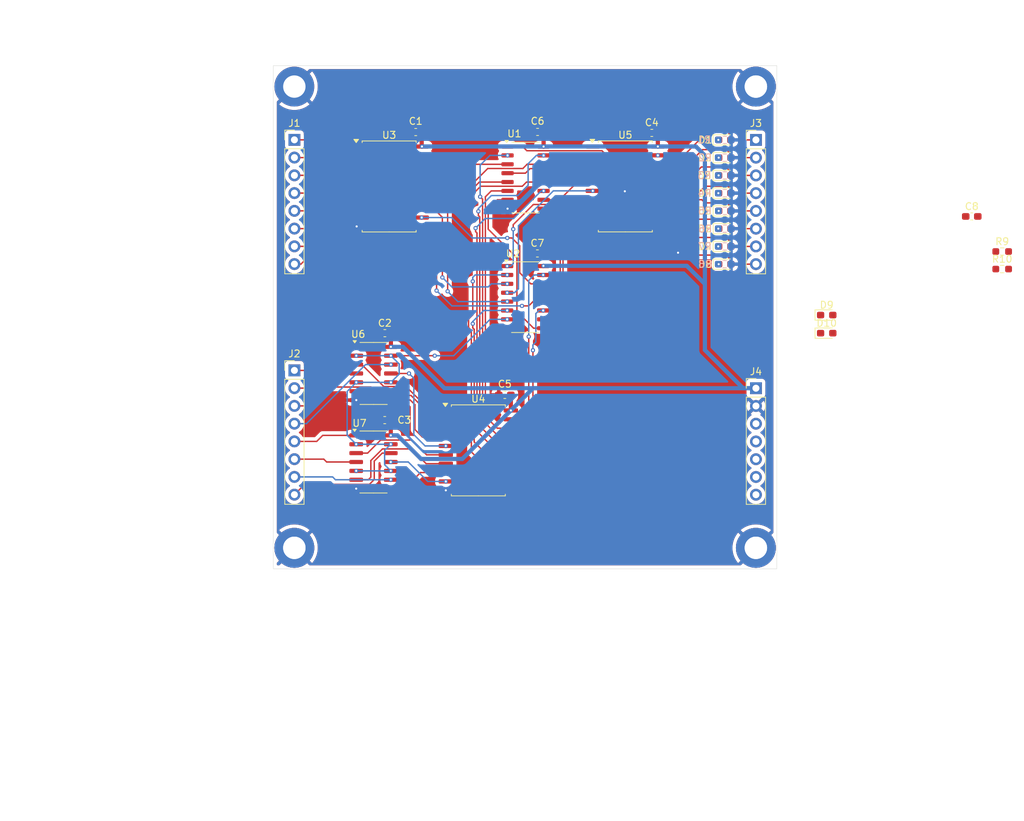
<source format=kicad_pcb>
(kicad_pcb (version 20241229) (generator "pcbnew") (generator_version "9.0")
  (layers (0 "F.Cu" signal) (2 "B.Cu" signal) (13 "F.Paste" user) (15 "B.Paste" user) (5 "F.SilkS" user "F.Silkscreen") (7 "B.SilkS" user "B.Silkscreen") (1 "F.Mask" user) (3 "B.Mask" user) (25 "Edge.Cuts" user))
  (net 0 "")
  (net 1 "GND")
  (net 2 "+5V")
  (net 3 "Net-(D1-K)")
  (net 4 "Net-(D1-A)")
  (net 5 "Net-(D2-K)")
  (net 6 "Net-(D2-A)")
  (net 7 "Net-(D3-K)")
  (net 8 "Net-(D3-A)")
  (net 9 "Net-(D4-A)")
  (net 10 "Net-(D4-K)")
  (net 11 "Net-(D5-K)")
  (net 12 "Net-(D5-A)")
  (net 13 "Net-(D6-K)")
  (net 14 "Net-(D6-A)")
  (net 15 "Net-(D7-K)")
  (net 16 "Net-(D7-A)")
  (net 17 "Net-(D8-K)")
  (net 18 "Net-(D8-A)")
  (net 19 "Net-(D9-A)")
  (net 20 "Net-(D9-K)")
  (net 21 "Net-(D10-K)")
  (net 22 "Net-(J1-Pin_8)")
  (net 23 "Net-(J1-Pin_2)")
  (net 24 "Net-(J1-Pin_4)")
  (net 25 "Net-(J1-Pin_1)")
  (net 26 "Net-(J1-Pin_3)")
  (net 27 "Net-(J1-Pin_7)")
  (net 28 "Net-(J1-Pin_5)")
  (net 29 "Net-(J1-Pin_6)")
  (net 30 "Net-(J2-Pin_4)")
  (net 31 "Net-(J2-Pin_3)")
  (net 32 "Net-(J2-Pin_1)")
  (net 33 "Net-(J2-Pin_2)")
  (net 34 "Net-(J2-Pin_6)")
  (net 35 "Net-(J2-Pin_8)")
  (net 36 "Net-(J2-Pin_5)")
  (net 37 "Net-(J2-Pin_7)")
  (net 38 "/ENout")
  (net 39 "/over")
  (net 40 "/ENin")
  (net 41 "/EN1")
  (net 42 "/S0")
  (net 43 "/S3")
  (net 44 "/A2")
  (net 45 "/S1")
  (net 46 "/A3")
  (net 47 "/A0")
  (net 48 "Net-(U1-C0)")
  (net 49 "/B0")
  (net 50 "/S2")
  (net 51 "/B2")
  (net 52 "/B3")
  (net 53 "/B1")
  (net 54 "/A1")
  (net 55 "/S6")
  (net 56 "/B5")
  (net 57 "/B7")
  (net 58 "/B4")
  (net 59 "/A6")
  (net 60 "/B6")
  (net 61 "/S7")
  (net 62 "/S5")
  (net 63 "/A5")
  (net 64 "/A7")
  (net 65 "/S4")
  (net 66 "/A4")
  (net 67 "Net-(U4-A3)")
  (net 68 "Net-(U4-A5)")
  (net 69 "Net-(U4-A0)")
  (net 70 "Net-(U4-A4)")
  (net 71 "Net-(U4-A2)")
  (net 72 "Net-(U4-A6)")
  (net 73 "Net-(U4-A7)")
  (net 74 "Net-(U4-A1)")
  (footprint "Connector_PinHeader_2.54mm:PinHeader_1x08_P2.54mm_Vertical" (layer "F.Cu") (at 103.01 60.62)
    (property "Reference" "J1")
    (property "Value" "Conn_01x08_Pin")
  )
  (footprint "LED_SMD:LED_0603_1608Metric_Pad1.05x0.95mm_HandSolder" (layer "F.Cu") (at 179.125 88.28)
    (property "Reference" "D10")
    (property "Value" "LED_Small")
  )
  (footprint "" (layer "F.Cu") (at 169 53)
    (property "Reference" "")
    (property "Value" "")
  )
  (footprint "Capacitor_SMD:C_0603_1608Metric_Pad1.08x0.95mm_HandSolder" (layer "F.Cu") (at 154.1175 59.63 180)
    (property "Reference" "C4")
    (property "Value" "C_Small")
  )
  (footprint "Package_SO:SOIC-14_3.9x8.7mm_P1.27mm" (layer "F.Cu") (at 114.32 106.7175)
    (property "Reference" "U7")
    (property "Value" "74HC86")
  )
  (footprint "" (layer "F.Cu") (at 103 119)
    (property "Reference" "")
    (property "Value" "")
  )
  (footprint "Package_SO:SOIC-20W_7.5x12.8mm_P1.27mm" (layer "F.Cu") (at 116.56 67.295)
    (property "Reference" "U3")
    (property "Value" "74AHCT541")
  )
  (footprint "Capacitor_SMD:C_0603_1608Metric_Pad1.08x0.95mm_HandSolder" (layer "F.Cu") (at 115.9275 100.72 180)
    (property "Reference" "C3")
    (property "Value" "C_Small")
  )
  (footprint "Connector_PinHeader_2.54mm:PinHeader_1x08_P2.54mm_Vertical" (layer "F.Cu") (at 103.01 93.61)
    (property "Reference" "J2")
    (property "Value" "Conn_01x08_Pin")
  )
  (footprint "LED_SMD:LED_0603_1608Metric_Pad1.05x0.95mm_HandSolder" (layer "F.Cu") (at 164.545 65.71)
    (property "Reference" "D3")
    (property "Value" "LED_Small")
  )
  (footprint "Package_SO:SO-16_3.9x9.9mm_P1.27mm" (layer "F.Cu") (at 136.065 66.025)
    (property "Reference" "U1")
    (property "Value" "~")
  )
  (footprint "Capacitor_SMD:C_0603_1608Metric_Pad1.08x0.95mm_HandSolder" (layer "F.Cu") (at 133.0975 97.12 180)
    (property "Reference" "C5")
    (property "Value" "C_Small")
  )
  (footprint "LED_SMD:LED_0603_1608Metric_Pad1.05x0.95mm_HandSolder" (layer "F.Cu") (at 164.555 63.17)
    (property "Reference" "D2")
    (property "Value" "LED_Small")
  )
  (footprint "Package_SO:SOIC-20W_7.5x12.8mm_P1.27mm" (layer "F.Cu") (at 129.31 105.055)
    (property "Reference" "U4")
    (property "Value" "74AHCT541")
  )
  (footprint "Resistor_SMD:R_0603_1608Metric_Pad0.98x0.95mm_HandSolder" (layer "F.Cu") (at 204.22 79.11)
    (property "Reference" "R10")
    (property "Value" "R_Small")
  )
  (footprint "LED_SMD:LED_0603_1608Metric_Pad1.05x0.95mm_HandSolder" (layer "F.Cu") (at 179.125 85.69)
    (property "Reference" "D9")
    (property "Value" "LED_Small")
  )
  (footprint "Capacitor_SMD:C_0603_1608Metric_Pad1.08x0.95mm_HandSolder" (layer "F.Cu") (at 199.87 71.58)
    (property "Reference" "C8")
    (property "Value" "C_Small")
  )
  (footprint "Capacitor_SMD:C_0603_1608Metric_Pad1.08x0.95mm_HandSolder" (layer "F.Cu") (at 115.9475 88.28 180)
    (property "Reference" "C2")
    (property "Value" "C_Small")
  )
  (footprint "LED_SMD:LED_0603_1608Metric_Pad1.05x0.95mm_HandSolder" (layer "F.Cu") (at 164.555 70.79)
    (property "Reference" "D5")
    (property "Value" "LED_Small")
  )
  (footprint "Connector_PinHeader_2.54mm:PinHeader_1x08_P2.54mm_Vertical" (layer "F.Cu") (at 169.01 60.63)
    (property "Reference" "J3")
    (property "Value" "Conn_01x08_Pin")
  )
  (footprint "MountingHole:MountingHole_3.2mm_M3_ISO7380_Pad" (layer "F.Cu") (at 169 119)
    (property "Reference" "REF**" (hide yes))
    (property "Value" "MountingHole_3.2mm_M3_ISO7380_Pad")
  )
  (footprint "Capacitor_SMD:C_0603_1608Metric_Pad1.08x0.95mm_HandSolder" (layer "F.Cu") (at 137.7825 59.49 180)
    (property "Reference" "C6")
    (property "Value" "C_Small")
  )
  (footprint "Package_SO:SO-16_3.9x9.9mm_P1.27mm" (layer "F.Cu") (at 136.01 83.13)
    (property "Reference" "U2")
    (property "Value" "~")
  )
  (footprint "Package_SO:SOIC-20W_7.5x12.8mm_P1.27mm" (layer "F.Cu") (at 150.33 67.285)
    (property "Reference" "U5")
    (property "Value" "74AHCT541")
  )
  (footprint "MountingHole:MountingHole_3.2mm_M3_ISO7380_Pad" (layer "F.Cu") (at 169 53)
    (property "Reference" "REF**" (hide yes))
    (property "Value" "MountingHole_3.2mm_M3_ISO7380_Pad")
  )
  (footprint "Resistor_SMD:R_0603_1608Metric_Pad0.98x0.95mm_HandSolder" (layer "F.Cu") (at 204.22 76.6)
    (property "Reference" "R9")
    (property "Value" "R_Small")
  )
  (footprint "Connector_PinHeader_2.54mm:PinHeader_1x07_P2.54mm_Vertical" (layer "F.Cu") (at 169.01 96.16)
    (property "Reference" "J4")
    (property "Value" "Conn_01x07_Pin")
  )
  (footprint "Capacitor_SMD:C_0603_1608Metric_Pad1.08x0.95mm_HandSolder" (layer "F.Cu") (at 137.7575 76.88 180)
    (property "Reference" "C7")
    (property "Value" "C_Small")
  )
  (footprint "MountingHole:MountingHole_3.2mm_M3_ISO7380_Pad" (layer "F.Cu") (at 103 53)
    (property "Reference" "REF**" (hide yes))
    (property "Value" "MountingHole_3.2mm_M3_ISO7380_Pad")
  )
  (footprint "LED_SMD:LED_0603_1608Metric_Pad1.05x0.95mm_HandSolder" (layer "F.Cu") (at 164.555 78.41)
    (property "Reference" "D8")
    (property "Value" "LED_Small")
  )
  (footprint "LED_SMD:LED_0603_1608Metric_Pad1.05x0.95mm_HandSolder" (layer "F.Cu") (at 164.545 60.63)
    (property "Reference" "D1")
    (property "Value" "LED_Small")
  )
  (footprint "MountingHole:MountingHole_3.2mm_M3_ISO7380_Pad" (layer "F.Cu") (at 103 119)
    (property "Reference" "REF**" (hide yes))
    (property "Value" "MountingHole_3.2mm_M3_ISO7380_Pad")
  )
  (footprint "Capacitor_SMD:C_0603_1608Metric_Pad1.08x0.95mm_HandSolder" (layer "F.Cu") (at 120.3575 59.51 180)
    (property "Reference" "C1")
    (property "Value" "C_Small")
  )
  (footprint "LED_SMD:LED_0603_1608Metric_Pad1.05x0.95mm_HandSolder" (layer "F.Cu") (at 164.545 68.25)
    (property "Reference" "D4")
    (property "Value" "LED_Small")
  )
  (footprint "Package_SO:SOIC-14_3.9x8.7mm_P1.27mm" (layer "F.Cu") (at 114.335 94.05)
    (property "Reference" "U6")
    (property "Value" "74HC86")
  )
  (footprint "LED_SMD:LED_0603_1608Metric_Pad1.05x0.95mm_HandSolder" (layer "F.Cu") (at 164.555 75.87)
    (property "Reference" "D7")
    (property "Value" "LED_Small")
  )
  (footprint "LED_SMD:LED_0603_1608Metric_Pad1.05x0.95mm_HandSolder" (layer "F.Cu") (at 164.5625 73.33)
    (property "Reference" "D6")
    (property "Value" "LED_Small")
  )
  (footprint "" (layer "F.Cu") (at 169 119)
    (property "Reference" "")
    (property "Value" "")
  )
  (footprint "Resistor_SMD:R_0603_1608Metric_Pad0.98x0.95mm_HandSolder" (layer "B.Cu") (at 164.545 60.63)
    (property "Reference" "R1")
    (property "Value" "R_Small")
  )
  (footprint "Resistor_SMD:R_0603_1608Metric_Pad0.98x0.95mm_HandSolder" (layer "B.Cu") (at 164.545 68.25)
    (property "Reference" "R4")
    (property "Value" "R_Small")
  )
  (footprint "Resistor_SMD:R_0603_1608Metric_Pad0.98x0.95mm_HandSolder" (layer "B.Cu") (at 164.555 70.79)
    (property "Reference" "R5")
    (property "Value" "R_Small")
  )
  (footprint "Resistor_SMD:R_0603_1608Metric_Pad0.98x0.95mm_HandSolder" (layer "B.Cu") (at 164.5325 63.17)
    (property "Reference" "R2")
    (property "Value" "R_Small")
  )
  (footprint "Resistor_SMD:R_0603_1608Metric_Pad0.98x0.95mm_HandSolder" (layer "B.Cu") (at 164.545 65.71)
    (property "Reference" "R3")
    (property "Value" "R_Small")
  )
  (footprint "Resistor_SMD:R_0603_1608Metric_Pad0.98x0.95mm_HandSolder" (layer "B.Cu") (at 164.5325 75.87)
    (property "Reference" "R7")
    (property "Value" "R_Small")
  )
  (footprint "Resistor_SMD:R_0603_1608Metric_Pad0.98x0.95mm_HandSolder" (layer "B.Cu") (at 164.5325 78.41)
    (property "Reference" "R8")
    (property "Value" "R_Small")
  )
  (footprint "Resistor_SMD:R_0603_1608Metric_Pad0.98x0.95mm_HandSolder" (layer "B.Cu") (at 164.54 73.33)
    (property "Reference" "R6")
    (property "Value" "R_Small")
  )
  (gr_rect (start 100 50) (end 172 122) (stroke (width 0.05)) (fill no) (layer "Edge.Cuts"))
  (via (at 111.91 73.01) (size 0.6) (drill 0.3) (layers "F.Cu" "B.Cu") (net 1))
  (via (at 111.845 110.5275) (size 0.6) (drill 0.3) (layers "F.Cu" "B.Cu") (net 1))
  (via (at 133.49 70.47) (size 0.6) (drill 0.3) (layers "F.Cu" "B.Cu") (net 1))
  (via (at 111.86 97.86) (size 0.6) (drill 0.3) (layers "F.Cu" "B.Cu") (net 1))
  (via (at 157.87 76.77) (size 0.6) (drill 0.3) (layers "F.Cu" "B.Cu") (net 1))
  (via (at 124.66 110.77) (size 0.6) (drill 0.3) (layers "F.Cu" "B.Cu") (net 1))
  (via (at 150.26 67.98) (size 0.6) (drill 0.3) (layers "F.Cu" "B.Cu") (net 1))
  (segment (start 138.645 61.575) (end 138.64 61.58) (width 0.6) (layer "F.Cu") (net 2))
  (segment (start 138.645 61.55) (end 138.645 61.575) (width 0.6) (layer "F.Cu") (net 2))
  (segment (start 116.79 102.9025) (end 116.795 102.9075) (width 0.6) (layer "F.Cu") (net 2))
  (segment (start 154.98 61.57) (end 154.98 59.63) (width 0.6) (layer "F.Cu") (net 2))
  (segment (start 138.62 78.65) (end 138.585 78.685) (width 0.6) (layer "F.Cu") (net 2))
  (segment (start 133.96 99.34) (end 133.96 97.12) (width 0.6) (layer "F.Cu") (net 2))
  (segment (start 116.81 88.28) (end 116.81 90.24) (width 0.6) (layer "F.Cu") (net 2))
  (segment (start 121.21 61.58) (end 121.21 59.52) (width 0.6) (layer "F.Cu") (net 2))
  (segment (start 138.645 59.49) (end 138.645 61.55) (width 0.6) (layer "F.Cu") (net 2))
  (segment (start 116.79 100.72) (end 116.79 102.9025) (width 0.6) (layer "F.Cu") (net 2))
  (segment (start 121.21 59.52) (end 121.22 59.51) (width 0.6) (layer "F.Cu") (net 2))
  (via (at 138.64 61.58) (size 0.6) (drill 0.3) (layers "F.Cu" "B.Cu") (net 2))
  (via (at 121.25 61.57) (size 0.6) (drill 0.3) (layers "F.Cu" "B.Cu") (net 2))
  (via (at 116.795 102.9075) (size 0.6) (drill 0.3) (layers "F.Cu" "B.Cu") (net 2))
  (via (at 138.62 78.65) (size 0.6) (drill 0.3) (layers "F.Cu" "B.Cu") (net 2))
  (via (at 154.98 61.57) (size 0.6) (drill 0.3) (layers "F.Cu" "B.Cu") (net 2))
  (via (at 133.96 99.34) (size 0.6) (drill 0.3) (layers "F.Cu" "B.Cu") (net 2))
  (via (at 116.81 90.24) (size 0.6) (drill 0.3) (layers "F.Cu" "B.Cu") (net 2))
  (segment (start 121.25 61.57) (end 154.98 61.57) (width 0.6) (layer "B.Cu") (net 2))
  (segment (start 137.14 96.16) (end 137.78 96.16) (width 0.6) (layer "B.Cu") (net 2))
  (segment (start 169.01 96.16) (end 137.78 96.16) (width 0.6) (layer "B.Cu") (net 2))
  (segment (start 167.17 96.16) (end 169.01 96.16) (width 0.6) (layer "B.Cu") (net 2))
  (segment (start 127.02 106.28) (end 133.96 99.34) (width 0.6) (layer "B.Cu") (net 2))
  (segment (start 137.78 96.16) (end 124.46 96.16) (width 0.6) (layer "B.Cu") (net 2))
  (segment (start 138.62 78.65) (end 159.12 78.65) (width 0.6) (layer "B.Cu") (net 2))
  (segment (start 124.46 96.16) (end 118.54 90.24) (width 0.6) (layer "B.Cu") (net 2))
  (segment (start 161.71 62.86) (end 161.71 81.24) (width 0.6) (layer "B.Cu") (net 2))
  (segment (start 160.42 61.57) (end 161.71 62.86) (width 0.6) (layer "B.Cu") (net 2))
  (segment (start 133.96 99.34) (end 137.14 96.16) (width 0.6) (layer "B.Cu") (net 2))
  (segment (start 116.795 102.9075) (end 117.7475 102.9075) (width 0.6) (layer "B.Cu") (net 2))
  (segment (start 117.7475 102.9075) (end 121.12 106.28) (width 0.6) (layer "B.Cu") (net 2))
  (segment (start 159.12 78.65) (end 161.71 81.24) (width 0.6) (layer "B.Cu") (net 2))
  (segment (start 161.71 90.7) (end 167.17 96.16) (width 0.6) (layer "B.Cu") (net 2))
  (segment (start 121.12 106.28) (end 127.02 106.28) (width 0.6) (layer "B.Cu") (net 2))
  (segment (start 161.71 81.24) (end 161.71 90.7) (width 0.6) (layer "B.Cu") (net 2))
  (segment (start 118.54 90.24) (end 116.81 90.24) (width 0.6) (layer "B.Cu") (net 2))
  (segment (start 154.98 61.57) (end 160.42 61.57) (width 0.6) (layer "B.Cu") (net 2))
  (via (at 163.6325 60.63) (size 0.6) (drill 0.3) (layers "F.Cu" "B.Cu") (net 3))
  (segment (start 165.42 60.63) (end 169.01 60.63) (width 0.2) (layer "F.Cu") (net 4))
  (segment (start 157.44 64.11) (end 162.24 59.31) (width 0.2) (layer "F.Cu") (net 4))
  (segment (start 162.24 59.31) (end 164.76 59.31) (width 0.2) (layer "F.Cu") (net 4))
  (segment (start 164.76 59.31) (end 165.42 59.97) (width 0.2) (layer "F.Cu") (net 4))
  (segment (start 165.42 59.97) (end 165.42 60.63) (width 0.2) (layer "F.Cu") (net 4))
  (segment (start 154.98 64.11) (end 157.44 64.11) (width 0.2) (layer "F.Cu") (net 4))
  (via (at 163.68 63.17) (size 0.6) (drill 0.3) (layers "F.Cu" "B.Cu") (net 5))
  (segment (start 158.02 65.38) (end 161.38 62.02) (width 0.2) (layer "F.Cu") (net 6))
  (segment (start 154.98 65.38) (end 158.02 65.38) (width 0.2) (layer "F.Cu") (net 6))
  (segment (start 165.43 62.67) (end 165.43 63.17) (width 0.2) (layer "F.Cu") (net 6))
  (segment (start 161.38 62.02) (end 164.78 62.02) (width 0.2) (layer "F.Cu") (net 6))
  (segment (start 164.78 62.02) (end 165.43 62.67) (width 0.2) (layer "F.Cu") (net 6))
  (segment (start 169.01 63.17) (end 165.43 63.17) (width 0.2) (layer "F.Cu") (net 6))
  (via (at 163.67 65.71) (size 0.6) (drill 0.3) (layers "F.Cu" "B.Cu") (net 7))
  (segment (start 165.42 65.22) (end 165.42 65.71) (width 0.2) (layer "F.Cu") (net 8))
  (segment (start 154.98 66.65) (end 159.06 66.65) (width 0.2) (layer "F.Cu") (net 8))
  (segment (start 161.21 64.5) (end 164.7 64.5) (width 0.2) (layer "F.Cu") (net 8))
  (segment (start 164.7 64.5) (end 165.42 65.22) (width 0.2) (layer "F.Cu") (net 8))
  (segment (start 159.06 66.65) (end 161.21 64.5) (width 0.2) (layer "F.Cu") (net 8))
  (segment (start 165.42 65.71) (end 169.01 65.71) (width 0.2) (layer "F.Cu") (net 8))
  (segment (start 161.11 67.92) (end 161.77 67.26) (width 0.2) (layer "F.Cu") (net 9))
  (segment (start 165 67.26) (end 165.42 67.68) (width 0.2) (layer "F.Cu") (net 9))
  (segment (start 165.42 67.68) (end 165.42 68.25) (width 0.2) (layer "F.Cu") (net 9))
  (segment (start 161.77 67.26) (end 165 67.26) (width 0.2) (layer "F.Cu") (net 9))
  (segment (start 169.01 68.25) (end 165.42 68.25) (width 0.2) (layer "F.Cu") (net 9))
  (segment (start 154.98 67.92) (end 161.11 67.92) (width 0.2) (layer "F.Cu") (net 9))
  (via (at 163.6325 68.25) (size 0.6) (drill 0.3) (layers "F.Cu" "B.Cu") (net 10))
  (via (at 163.68 70.79) (size 0.6) (drill 0.3) (layers "F.Cu" "B.Cu") (net 11))
  (segment (start 154.98 69.19) (end 161.27 69.19) (width 0.2) (layer "F.Cu") (net 12))
  (segment (start 161.27 69.19) (end 161.72 69.64) (width 0.2) (layer "F.Cu") (net 12))
  (segment (start 164.86 69.64) (end 165.43 70.21) (width 0.2) (layer "F.Cu") (net 12))
  (segment (start 161.72 69.64) (end 164.86 69.64) (width 0.2) (layer "F.Cu") (net 12))
  (segment (start 165.43 70.79) (end 169.01 70.79) (width 0.2) (layer "F.Cu") (net 12))
  (segment (start 165.43 70.21) (end 165.43 70.79) (width 0.2) (layer "F.Cu") (net 12))
  (via (at 163.6275 73.33) (size 0.6) (drill 0.3) (layers "F.Cu" "B.Cu") (net 13))
  (segment (start 164.88 71.98) (end 165.4375 72.5375) (width 0.2) (layer "F.Cu") (net 14))
  (segment (start 165.4375 73.33) (end 169.01 73.33) (width 0.2) (layer "F.Cu") (net 14))
  (segment (start 159.34 71.98) (end 164.88 71.98) (width 0.2) (layer "F.Cu") (net 14))
  (segment (start 157.82 70.46) (end 159.34 71.98) (width 0.2) (layer "F.Cu") (net 14))
  (segment (start 154.98 70.46) (end 157.82 70.46) (width 0.2) (layer "F.Cu") (net 14))
  (segment (start 165.4375 72.5375) (end 165.4375 73.33) (width 0.2) (layer "F.Cu") (net 14))
  (via (at 163.62 75.87) (size 0.6) (drill 0.3) (layers "F.Cu" "B.Cu") (net 15))
  (segment (start 165.43 75.27) (end 165.43 75.87) (width 0.2) (layer "F.Cu") (net 16))
  (segment (start 154.98 71.73) (end 157.04 71.73) (width 0.2) (layer "F.Cu") (net 16))
  (segment (start 165.43 75.87) (end 169.01 75.87) (width 0.2) (layer "F.Cu") (net 16))
  (segment (start 157.04 71.73) (end 159.9 74.59) (width 0.2) (layer "F.Cu") (net 16))
  (segment (start 159.9 74.59) (end 164.75 74.59) (width 0.2) (layer "F.Cu") (net 16))
  (segment (start 164.75 74.59) (end 165.43 75.27) (width 0.2) (layer "F.Cu") (net 16))
  (via (at 163.68 78.41) (size 0.6) (drill 0.3) (layers "F.Cu" "B.Cu") (net 17))
  (segment (start 165.43 77.78) (end 164.76 77.11) (width 0.2) (layer "F.Cu") (net 18))
  (segment (start 169.01 78.41) (end 165.43 78.41) (width 0.2) (layer "F.Cu") (net 18))
  (segment (start 164.76 77.11) (end 160.88 77.11) (width 0.2) (layer "F.Cu") (net 18))
  (segment (start 156.77 73) (end 154.98 73) (width 0.2) (layer "F.Cu") (net 18))
  (segment (start 160.88 77.11) (end 156.77 73) (width 0.2) (layer "F.Cu") (net 18))
  (segment (start 165.43 78.41) (end 165.43 77.78) (width 0.2) (layer "F.Cu") (net 18))
  (segment (start 123.07 91.51) (end 116.81 91.51) (width 0.2) (layer "F.Cu") (net 19))
  (via (at 111.845 104.1775) (size 0.6) (drill 0.3) (layers "F.Cu" "B.Cu") (net 19))
  (via (at 111.845 107.9875) (size 0.6) (drill 0.3) (layers "F.Cu" "B.Cu") (net 19))
  (via (at 116.81 91.51) (size 0.6) (drill 0.3) (layers "F.Cu" "B.Cu") (net 19))
  (via (at 116.81 95.32) (size 0.6) (drill 0.3) (layers "F.Cu" "B.Cu") (net 19))
  (via (at 116.795 107.9875) (size 0.6) (drill 0.3) (layers "F.Cu" "B.Cu") (net 19))
  (via (at 111.86 91.51) (size 0.6) (drill 0.3) (layers "F.Cu" "B.Cu") (net 19))
  (via (at 123.07 91.51) (size 0.6) (drill 0.3) (layers "F.Cu" "B.Cu") (net 19))
  (via (at 116.795 104.1775) (size 0.6) (drill 0.3) (layers "F.Cu" "B.Cu") (net 19))
  (via (at 111.86 95.32) (size 0.6) (drill 0.3) (layers "F.Cu" "B.Cu") (net 19))
  (via (at 133.435 86.305) (size 0.6) (drill 0.3) (layers "F.Cu" "B.Cu") (net 19))
  (segment (start 111.845 104.1775) (end 110.55 102.8825) (width 0.2) (layer "B.Cu") (net 19))
  (segment (start 115.91 105.0625) (end 115.91 107.1025) (width 0.2) (layer "B.Cu") (net 19))
  (segment (start 125.79 91.51) (end 130.995 86.305) (width 0.2) (layer "B.Cu") (net 19))
  (segment (start 116.81 91.51) (end 117.99 92.69) (width 0.2) (layer "B.Cu") (net 19))
  (segment (start 117.99 92.69) (end 117.99 94.14) (width 0.2) (layer "B.Cu") (net 19))
  (segment (start 110.55 96.63) (end 111.86 95.32) (width 0.2) (layer "B.Cu") (net 19))
  (segment (start 115.91 107.1025) (end 116.795 107.9875) (width 0.2) (layer "B.Cu") (net 19))
  (segment (start 110.55 102.8825) (end 110.55 96.63) (width 0.2) (layer "B.Cu") (net 19))
  (segment (start 116.795 107.9875) (end 111.845 107.9875) (width 0.2) (layer "B.Cu") (net 19))
  (segment (start 130.995 86.305) (end 133.435 86.305) (width 0.2) (layer "B.Cu") (net 19))
  (segment (start 111.86 95.32) (end 116.81 95.32) (width 0.2) (layer "B.Cu") (net 19))
  (segment (start 123.07 91.51) (end 125.79 91.51) (width 0.2) (layer "B.Cu") (net 19))
  (segment (start 117.99 94.14) (end 116.81 95.32) (width 0.2) (layer "B.Cu") (net 19))
  (segment (start 111.845 104.1775) (end 116.795 104.1775) (width 0.2) (layer "B.Cu") (net 19))
  (segment (start 116.795 104.1775) (end 115.91 105.0625) (width 0.2) (layer "B.Cu") (net 19))
  (segment (start 116.81 91.51) (end 111.86 91.51) (width 0.2) (layer "B.Cu") (net 19))
  (segment (start 111.91 71.74) (end 110.61 71.74) (width 0.2) (layer "F.Cu") (net 22))
  (segment (start 110.61 71.74) (end 103.95 78.4) (width 0.2) (layer "F.Cu") (net 22))
  (segment (start 103.95 78.4) (end 103.01 78.4) (width 0.2) (layer "F.Cu") (net 22))
  (segment (start 103.01 63.16) (end 106.34 63.16) (width 0.2) (layer "F.Cu") (net 23))
  (segment (start 106.34 63.16) (end 107.3 64.12) (width 0.2) (layer "F.Cu") (net 23))
  (segment (start 107.3 64.12) (end 111.91 64.12) (width 0.2) (layer "F.Cu") (net 23))
  (segment (start 103.01 68.24) (end 106.08 68.24) (width 0.2) (layer "F.Cu") (net 24))
  (segment (start 107.66 66.66) (end 111.91 66.66) (width 0.2) (layer "F.Cu") (net 24))
  (segment (start 106.08 68.24) (end 107.66 66.66) (width 0.2) (layer "F.Cu") (net 24))
  (segment (start 103.01 60.62) (end 105.57 60.62) (width 0.2) (layer "F.Cu") (net 25))
  (segment (start 107.8 62.85) (end 111.91 62.85) (width 0.2) (layer "F.Cu") (net 25))
  (segment (start 105.57 60.62) (end 107.8 62.85) (width 0.2) (layer "F.Cu") (net 25))
  (segment (start 111.91 65.39) (end 107.14 65.39) (width 0.2) (layer "F.Cu") (net 26))
  (segment (start 107.14 65.39) (end 106.83 65.7) (width 0.2) (layer "F.Cu") (net 26))
  (segment (start 106.83 65.7) (end 103.01 65.7) (width 0.2) (layer "F.Cu") (net 26))
  (segment (start 111.91 70.47) (end 109.87 70.47) (width 0.2) (layer "F.Cu") (net 27))
  (segment (start 109.87 70.47) (end 104.48 75.86) (width 0.2) (layer "F.Cu") (net 27))
  (segment (start 104.48 75.86) (end 103.01 75.86) (width 0.2) (layer "F.Cu") (net 27))
  (segment (start 108.17 67.93) (end 105.32 70.78) (width 0.2) (layer "F.Cu") (net 28))
  (segment (start 105.32 70.78) (end 103.01 70.78) (width 0.2) (layer "F.Cu") (net 28))
  (segment (start 111.91 67.93) (end 108.17 67.93) (width 0.2) (layer "F.Cu") (net 28))
  (segment (start 109.33 69.2) (end 111.91 69.2) (width 0.2) (layer "F.Cu") (net 29))
  (segment (start 103.01 73.32) (end 105.21 73.32) (width 0.2) (layer "F.Cu") (net 29))
  (segment (start 105.21 73.32) (end 109.33 69.2) (width 0.2) (layer "F.Cu") (net 29))
  (via (at 116.81 92.78) (size 0.6) (drill 0.3) (layers "F.Cu" "B.Cu") (net 30))
  (segment (start 103.01 101.23) (end 104.734169 101.23) (width 0.2) (layer "B.Cu") (net 30))
  (segment (start 104.734169 101.23) (end 113.184169 92.78) (width 0.2) (layer "B.Cu") (net 30))
  (segment (start 113.184169 92.78) (end 116.81 92.78) (width 0.2) (layer "B.Cu") (net 30))
  (segment (start 116.81 96.59) (end 114.5371 96.59) (width 0.2) (layer "F.Cu") (net 31))
  (segment (start 113.9361 95.989) (end 107.4081 95.989) (width 0.2) (layer "F.Cu") (net 31))
  (segment (start 114.5371 96.59) (end 113.9361 95.989) (width 0.2) (layer "F.Cu") (net 31))
  (segment (start 104.7071 98.69) (end 103.01 98.69) (width 0.2) (layer "F.Cu") (net 31))
  (segment (start 107.4081 95.989) (end 104.7071 98.69) (width 0.2) (layer "F.Cu") (net 31))
  (segment (start 105.44 93.61) (end 108.81 90.24) (width 0.2) (layer "F.Cu") (net 32))
  (segment (start 103.01 93.61) (end 105.44 93.61) (width 0.2) (layer "F.Cu") (net 32))
  (segment (start 108.81 90.24) (end 111.86 90.24) (width 0.2) (layer "F.Cu") (net 32))
  (segment (start 106.68 96.15) (end 108.78 94.05) (width 0.2) (layer "F.Cu") (net 33))
  (segment (start 103.01 96.15) (end 106.68 96.15) (width 0.2) (layer "F.Cu") (net 33))
  (segment (start 108.78 94.05) (end 111.86 94.05) (width 0.2) (layer "F.Cu") (net 33))
  (segment (start 103.01 106.31) (end 107.21 106.31) (width 0.2) (layer "F.Cu") (net 34))
  (segment (start 107.6175 106.7175) (end 111.845 106.7175) (width 0.2) (layer "F.Cu") (net 34))
  (segment (start 107.21 106.31) (end 107.6175 106.7175) (width 0.2) (layer "F.Cu") (net 34))
  (segment (start 113.74 109.91) (end 114.43 109.22) (width 0.2) (layer "F.Cu") (net 35))
  (segment (start 103.01 111.39) (end 104.49 109.91) (width 0.2) (layer "F.Cu") (net 35))
  (segment (start 114.43 109.22) (end 114.43 106.59) (width 0.2) (layer "F.Cu") (net 35))
  (segment (start 115.5725 105.4475) (end 116.795 105.4475) (width 0.2) (layer "F.Cu") (net 35))
  (segment (start 104.49 109.91) (end 113.74 109.91) (width 0.2) (layer "F.Cu") (net 35))
  (segment (start 114.43 106.59) (end 115.5725 105.4475) (width 0.2) (layer "F.Cu") (net 35))
  (segment (start 107.0625 102.9075) (end 111.845 102.9075) (width 0.2) (layer "F.Cu") (net 36))
  (segment (start 106.2 103.77) (end 107.0625 102.9075) (width 0.2) (layer "F.Cu") (net 36))
  (segment (start 103.01 103.77) (end 106.2 103.77) (width 0.2) (layer "F.Cu") (net 36))
  (via (at 116.795 109.2575) (size 0.6) (drill 0.3) (layers "F.Cu" "B.Cu") (net 37))
  (segment (start 116.795 109.2575) (end 108.8775 109.2575) (width 0.2) (layer "B.Cu") (net 37))
  (segment (start 108.8775 109.2575) (end 108.47 108.85) (width 0.2) (layer "B.Cu") (net 37))
  (segment (start 108.47 108.85) (end 103.01 108.85) (width 0.2) (layer "B.Cu") (net 37))
  (via (at 154.98 62.84) (size 0.6) (drill 0.3) (layers "F.Cu" "B.Cu") (net 38))
  (segment (start 136.71 64.73) (end 140.8 64.73) (width 0.2) (layer "F.Cu") (net 42))
  (segment (start 142.69 62.84) (end 145.68 62.84) (width 0.2) (layer "F.Cu") (net 42))
  (segment (start 136.05 65.39) (end 136.71 64.73) (width 0.2) (layer "F.Cu") (net 42))
  (segment (start 133.49 65.39) (end 136.05 65.39) (width 0.2) (layer "F.Cu") (net 42))
  (segment (start 140.8 64.73) (end 142.69 62.84) (width 0.2) (layer "F.Cu") (net 42))
  (segment (start 140.94 69.2) (end 138.64 69.2) (width 0.2) (layer "F.Cu") (net 43))
  (segment (start 143.49 66.65) (end 140.94 69.2) (width 0.2) (layer "F.Cu") (net 43))
  (segment (start 145.68 66.65) (end 143.49 66.65) (width 0.2) (layer "F.Cu") (net 43))
  (segment (start 130.659 64.721) (end 135.679 64.721) (width 0.2) (layer "F.Cu") (net 44))
  (segment (start 136.28 64.12) (end 138.64 64.12) (width 0.2) (layer "F.Cu") (net 44))
  (segment (start 128.72 66.66) (end 130.659 64.721) (width 0.2) (layer "F.Cu") (net 44))
  (segment (start 135.679 64.721) (end 136.28 64.12) (width 0.2) (layer "F.Cu") (net 44))
  (segment (start 121.21 66.66) (end 128.72 66.66) (width 0.2) (layer "F.Cu") (net 44))
  (segment (start 135.65 61.58) (end 136.25 62.18) (width 0.2) (layer "F.Cu") (net 45))
  (segment (start 147.34 62.53) (end 147.34 63.84) (width 0.2) (layer "F.Cu") (net 45))
  (segment (start 146.99 62.18) (end 147.34 62.53) (width 0.2) (layer "F.Cu") (net 45))
  (segment (start 147.34 63.84) (end 147.07 64.11) (width 0.2) (layer "F.Cu") (net 45))
  (segment (start 133.49 61.58) (end 135.65 61.58) (width 0.2) (layer "F.Cu") (net 45))
  (segment (start 136.25 62.18) (end 146.99 62.18) (width 0.2) (layer "F.Cu") (net 45))
  (segment (start 147.07 64.11) (end 145.68 64.11) (width 0.2) (layer "F.Cu") (net 45))
  (segment (start 135.599 67.261) (end 136.2 66.66) (width 0.2) (layer "F.Cu") (net 46))
  (segment (start 121.21 67.93) (end 128.98 67.93) (width 0.2) (layer "F.Cu") (net 46))
  (segment (start 136.2 66.66) (end 138.64 66.66) (width 0.2) (layer "F.Cu") (net 46))
  (segment (start 129.649 67.261) (end 135.599 67.261) (width 0.2) (layer "F.Cu") (net 46))
  (segment (start 128.98 67.93) (end 129.649 67.261) (width 0.2) (layer "F.Cu") (net 46))
  (segment (start 119.84 67.28) (end 119.6 67.04) (width 0.2) (layer "F.Cu") (net 47))
  (segment (start 128.84 67.28) (end 119.84 67.28) (width 0.2) (layer "F.Cu") (net 47))
  (segment (start 119.6 67.04) (end 119.6 64.34) (width 0.2) (layer "F.Cu") (net 47))
  (segment (start 119.6 64.34) (end 119.82 64.12) (width 0.2) (layer "F.Cu") (net 47))
  (segment (start 119.82 64.12) (end 121.21 64.12) (width 0.2) (layer "F.Cu") (net 47))
  (segment (start 129.46 66.66) (end 128.84 67.28) (width 0.2) (layer "F.Cu") (net 47))
  (segment (start 133.49 66.66) (end 129.46 66.66) (width 0.2) (layer "F.Cu") (net 47))
  (segment (start 137.215 87.575) (end 134.829 85.189) (width 0.2) (layer "F.Cu") (net 48))
  (segment (start 134.829 77.509) (end 130.721 73.401) (width 0.2) (layer "F.Cu") (net 48))
  (segment (start 138.585 87.575) (end 137.215 87.575) (width 0.2) (layer "F.Cu") (net 48))
  (segment (start 130.721 70.529) (end 132.05 69.2) (width 0.2) (layer "F.Cu") (net 48))
  (segment (start 130.721 73.401) (end 130.721 70.529) (width 0.2) (layer "F.Cu") (net 48))
  (segment (start 134.829 85.189) (end 134.829 77.509) (width 0.2) (layer "F.Cu") (net 48))
  (segment (start 132.05 69.2) (end 133.49 69.2) (width 0.2) (layer "F.Cu") (net 48))
  (segment (start 131.16 67.93) (end 133.49 67.93) (width 0.2) (layer "F.Cu") (net 49))
  (segment (start 133.96 101.88) (end 132.01 101.88) (width 0.2) (layer "F.Cu") (net 49))
  (segment (start 130.32 100.19) (end 130.32 68.77) (width 0.2) (layer "F.Cu") (net 49))
  (segment (start 130.32 68.77) (end 131.16 67.93) (width 0.2) (layer "F.Cu") (net 49))
  (segment (start 132.01 101.88) (end 130.32 100.19) (width 0.2) (layer "F.Cu") (net 49))
  (segment (start 145.68 65.38) (end 138.65 65.38) (width 0.2) (layer "F.Cu") (net 50))
  (segment (start 138.65 65.38) (end 138.64 65.39) (width 0.2) (layer "F.Cu") (net 50))
  (segment (start 129.319 70.85) (end 129.319 71.449) (width 0.2) (layer "F.Cu") (net 51))
  (segment (start 129.319 71.449) (end 129.518 71.648) (width 0.2) (layer "F.Cu") (net 51))
  (segment (start 129.518 71.648) (end 129.518 101.578) (width 0.2) (layer "F.Cu") (net 51))
  (segment (start 132.36 104.42) (end 133.96 104.42) (width 0.2) (layer "F.Cu") (net 51))
  (segment (start 129.518 101.578) (end 132.36 104.42) (width 0.2) (layer "F.Cu") (net 51))
  (via (at 138.64 62.85) (size 0.6) (drill 0.3) (layers "F.Cu" "B.Cu") (net 51))
  (via (at 129.319 70.85) (size 0.6) (drill 0.3) (layers "F.Cu" "B.Cu") (net 51))
  (segment (start 129.319 70.85) (end 129.319 70.451) (width 0.2) (layer "B.Cu") (net 51))
  (segment (start 129.319 70.451) (end 131.18 68.59) (width 0.2) (layer "B.Cu") (net 51))
  (segment (start 136.43 64.04) (end 137.62 62.85) (width 0.2) (layer "B.Cu") (net 51))
  (segment (start 134.96 68.59) (end 136.43 67.12) (width 0.2) (layer "B.Cu") (net 51))
  (segment (start 136.43 67.12) (end 136.43 64.04) (width 0.2) (layer "B.Cu") (net 51))
  (segment (start 137.62 62.85) (end 138.64 62.85) (width 0.2) (layer "B.Cu") (net 51))
  (segment (start 131.18 68.59) (end 134.96 68.59) (width 0.2) (layer "B.Cu") (net 51))
  (segment (start 132.48 105.69) (end 133.96 105.69) (width 0.2) (layer "F.Cu") (net 52))
  (segment (start 128.918 73.25) (end 128.918 73.748) (width 0.2) (layer "F.Cu") (net 52))
  (segment (start 128.918 73.748) (end 129.117 73.947) (width 0.2) (layer "F.Cu") (net 52))
  (segment (start 129.117 102.327) (end 132.48 105.69) (width 0.2) (layer "F.Cu") (net 52))
  (segment (start 129.117 73.947) (end 129.117 102.327) (width 0.2) (layer "F.Cu") (net 52))
  (via (at 138.64 67.93) (size 0.6) (drill 0.3) (layers "F.Cu" "B.Cu") (net 52))
  (via (at 128.918 73.25) (size 0.6) (drill 0.3) (layers "F.Cu" "B.Cu") (net 52))
  (segment (start 128.918 73.25) (end 130.298 71.87) (width 0.2) (layer "B.Cu") (net 52))
  (segment (start 138.3 67.93) (end 138.64 67.93) (width 0.2) (layer "B.Cu") (net 52))
  (segment (start 134.36 71.87) (end 138.3 67.93) (width 0.2) (layer "B.Cu") (net 52))
  (segment (start 130.298 71.87) (end 134.36 71.87) (width 0.2) (layer "B.Cu") (net 52))
  (segment (start 132.31 103.15) (end 129.919 100.759) (width 0.2) (layer "F.Cu") (net 53))
  (segment (start 133.96 103.15) (end 132.31 103.15) (width 0.2) (layer "F.Cu") (net 53))
  (segment (start 129.919 100.759) (end 129.919 69.109) (width 0.2) (layer "F.Cu") (net 53))
  (segment (start 129.919 69.109) (end 129.57 68.76) (width 0.2) (layer "F.Cu") (net 53))
  (via (at 129.57 68.76) (size 0.6) (drill 0.3) (layers "F.Cu" "B.Cu") (net 53))
  (via (at 133.49 62.85) (size 0.6) (drill 0.3) (layers "F.Cu" "B.Cu") (net 53))
  (segment (start 130.97 62.85) (end 133.49 62.85) (width 0.2) (layer "B.Cu") (net 53))
  (segment (start 129.57 68.76) (end 129.57 64.25) (width 0.2) (layer "B.Cu") (net 53))
  (segment (start 129.57 64.25) (end 130.97 62.85) (width 0.2) (layer "B.Cu") (net 53))
  (segment (start 127.87 64.12) (end 133.49 64.12) (width 0.2) (layer "F.Cu") (net 54))
  (segment (start 126.6 65.39) (end 127.87 64.12) (width 0.2) (layer "F.Cu") (net 54))
  (segment (start 121.21 65.39) (end 126.6 65.39) (width 0.2) (layer "F.Cu") (net 54))
  (segment (start 138.585 82.495) (end 140.205 82.495) (width 0.2) (layer "F.Cu") (net 55))
  (segment (start 141.02 71.62) (end 142.18 70.46) (width 0.2) (layer "F.Cu") (net 55))
  (segment (start 141.02 81.68) (end 141.02 71.62) (width 0.2) (layer "F.Cu") (net 55))
  (segment (start 142.18 70.46) (end 145.68 70.46) (width 0.2) (layer "F.Cu") (net 55))
  (segment (start 140.205 82.495) (end 141.02 81.68) (width 0.2) (layer "F.Cu") (net 55))
  (segment (start 128.517 80.87) (end 128.517 85.663) (width 0.2) (layer "F.Cu") (net 56))
  (segment (start 128.517 85.663) (end 127.916 86.264) (width 0.2) (layer "F.Cu") (net 56))
  (segment (start 128.315 105.275) (end 131.27 108.23) (width 0.2) (layer "F.Cu") (net 56))
  (segment (start 128.315 87.8921) (end 128.315 105.275) (width 0.2) (layer "F.Cu") (net 56))
  (segment (start 127.916 86.264) (end 127.916 87.4931) (width 0.2) (layer "F.Cu") (net 56))
  (segment (start 127.916 87.4931) (end 128.315 87.8921) (width 0.2) (layer "F.Cu") (net 56))
  (segment (start 131.27 108.23) (end 133.96 108.23) (width 0.2) (layer "F.Cu") (net 56))
  (via (at 128.517 80.87) (size 0.6) (drill 0.3) (layers "F.Cu" "B.Cu") (net 56))
  (via (at 133.435 79.955) (size 0.6) (drill 0.3) (layers "F.Cu" "B.Cu") (net 56))
  (segment (start 128.517 80.87) (end 128.517 80.293) (width 0.2) (layer "B.Cu") (net 56))
  (segment (start 128.517 80.293) (end 128.86 79.95) (width 0.2) (layer "B.Cu") (net 56))
  (segment (start 128.86 79.95) (end 133.43 79.95) (width 0.2) (layer "B.Cu") (net 56))
  (segment (start 133.43 79.95) (end 133.435 79.955) (width 0.2) (layer "B.Cu") (net 56))
  (segment (start 136.41 110.77) (end 133.96 110.77) (width 0.2) (layer "F.Cu") (net 57))
  (segment (start 137.12 90.73) (end 137.12 110.06) (width 0.2) (layer "F.Cu") (net 57))
  (segment (start 137.12 110.06) (end 136.41 110.77) (width 0.2) (layer "F.Cu") (net 57))
  (via (at 138.585 85.035) (size 0.6) (drill 0.3) (layers "F.Cu" "B.Cu") (net 57))
  (via (at 137.12 90.73) (size 0.6) (drill 0.3) (layers "F.Cu" "B.Cu") (net 57))
  (segment (start 137.985 85.035) (end 138.585 85.035) (width 0.2) (layer "B.Cu") (net 57))
  (segment (start 137.12 90.73) (end 137.12 89.97) (width 0.2) (layer "B.Cu") (net 57))
  (segment (start 137.54 89.55) (end 137.54 85.48) (width 0.2) (layer "B.Cu") (net 57))
  (segment (start 137.12 89.97) (end 137.54 89.55) (width 0.2) (layer "B.Cu") (net 57))
  (segment (start 137.54 85.48) (end 137.985 85.035) (width 0.2) (layer "B.Cu") (net 57))
  (segment (start 128.716 87.726) (end 128.517 87.527) (width 0.2) (layer "F.Cu") (net 58))
  (segment (start 131.83 106.96) (end 128.716 103.846) (width 0.2) (layer "F.Cu") (net 58))
  (segment (start 133.96 106.96) (end 131.83 106.96) (width 0.2) (layer "F.Cu") (net 58))
  (segment (start 128.517 87.527) (end 128.517 86.93) (width 0.2) (layer "F.Cu") (net 58))
  (segment (start 128.716 103.846) (end 128.716 87.726) (width 0.2) (layer "F.Cu") (net 58))
  (via (at 133.435 85.035) (size 0.6) (drill 0.3) (layers "F.Cu" "B.Cu") (net 58))
  (via (at 128.517 86.93) (size 0.6) (drill 0.3) (layers "F.Cu" "B.Cu") (net 58))
  (segment (start 130.095 85.035) (end 133.435 85.035) (width 0.2) (layer "B.Cu") (net 58))
  (segment (start 128.517 86.93) (end 128.517 86.613) (width 0.2) (layer "B.Cu") (net 58))
  (segment (start 128.517 86.613) (end 130.095 85.035) (width 0.2) (layer "B.Cu") (net 58))
  (segment (start 135.23 79.64) (end 136.815 81.225) (width 0.2) (layer "F.Cu") (net 59))
  (segment (start 135.23 75.78) (end 135.23 79.64) (width 0.2) (layer "F.Cu") (net 59))
  (segment (start 134.11 74.66) (end 135.23 75.78) (width 0.2) (layer "F.Cu") (net 59))
  (segment (start 136.815 81.225) (end 138.585 81.225) (width 0.2) (layer "F.Cu") (net 59))
  (segment (start 133.45 74.66) (end 134.11 74.66) (width 0.2) (layer "F.Cu") (net 59))
  (via (at 121.21 71.74) (size 0.6) (drill 0.3) (layers "F.Cu" "B.Cu") (net 59))
  (via (at 133.45 74.66) (size 0.6) (drill 0.3) (layers "F.Cu" "B.Cu") (net 59))
  (segment (start 133.45 74.66) (end 128.43 74.66) (width 0.2) (layer "B.Cu") (net 59))
  (segment (start 125.51 71.74) (end 121.21 71.74) (width 0.2) (layer "B.Cu") (net 59))
  (segment (start 128.43 74.66) (end 125.51 71.74) (width 0.2) (layer "B.Cu") (net 59))
  (segment (start 133.96 109.5) (end 135.93 109.5) (width 0.2) (layer "F.Cu") (net 60))
  (segment (start 136.52 108.91) (end 136.52 88.78) (width 0.2) (layer "F.Cu") (net 60))
  (segment (start 135.93 109.5) (end 136.52 108.91) (width 0.2) (layer "F.Cu") (net 60))
  (via (at 136.52 88.78) (size 0.6) (drill 0.3) (layers "F.Cu" "B.Cu") (net 60))
  (via (at 138.585 79.955) (size 0.6) (drill 0.3) (layers "F.Cu" "B.Cu") (net 60))
  (segment (start 136.52 80.74) (end 137.305 79.955) (width 0.2) (layer "B.Cu") (net 60))
  (segment (start 136.52 88.78) (end 136.52 80.74) (width 0.2) (layer "B.Cu") (net 60))
  (segment (start 137.305 79.955) (end 138.585 79.955) (width 0.2) (layer "B.Cu") (net 60))
  (segment (start 142.56 71.73) (end 145.68 71.73) (width 0.2) (layer "F.Cu") (net 61))
  (segment (start 140.545 86.305) (end 141.421 85.429) (width 0.2) (layer "F.Cu") (net 61))
  (segment (start 141.421 72.869) (end 142.56 71.73) (width 0.2) (layer "F.Cu") (net 61))
  (segment (start 138.585 86.305) (end 140.545 86.305) (width 0.2) (layer "F.Cu") (net 61))
  (segment (start 141.421 85.429) (end 141.421 72.869) (width 0.2) (layer "F.Cu") (net 61))
  (segment (start 145.68 69.19) (end 144.655001 69.19) (width 0.2) (layer "F.Cu") (net 62))
  (segment (start 143.976001 69.869) (end 137.191 69.869) (width 0.2) (layer "F.Cu") (net 62))
  (segment (start 144.655001 69.19) (end 143.976001 69.869) (width 0.2) (layer "F.Cu") (net 62))
  (segment (start 134.3 72.76) (end 134.3 73.4) (width 0.2) (layer "F.Cu") (net 62))
  (segment (start 137.08 69.98) (end 134.3 72.76) (width 0.2) (layer "F.Cu") (net 62))
  (segment (start 137.191 69.869) (end 137.08 69.98) (width 0.2) (layer "F.Cu") (net 62))
  (via (at 134.3 73.4) (size 0.6) (drill 0.3) (layers "F.Cu" "B.Cu") (net 62))
  (via (at 133.435 78.685) (size 0.6) (drill 0.3) (layers "F.Cu" "B.Cu") (net 62))
  (segment (start 133.935 78.685) (end 133.435 78.685) (width 0.2) (layer "B.Cu") (net 62))
  (segment (start 134.3 78.32) (end 133.935 78.685) (width 0.2) (layer "B.Cu") (net 62))
  (segment (start 134.3 73.4) (end 134.3 78.32) (width 0.2) (layer "B.Cu") (net 62))
  (segment (start 122.93 70.47) (end 121.21 70.47) (width 0.2) (layer "F.Cu") (net 63))
  (segment (start 124.17 71.71) (end 122.93 70.47) (width 0.2) (layer "F.Cu") (net 63))
  (segment (start 124.17 80.31) (end 124.17 71.71) (width 0.2) (layer "F.Cu") (net 63))
  (via (at 124.17 80.31) (size 0.6) (drill 0.3) (layers "F.Cu" "B.Cu") (net 63))
  (via (at 133.435 81.225) (size 0.6) (drill 0.3) (layers "F.Cu" "B.Cu") (net 63))
  (segment (start 131.16 81.23) (end 133.43 81.23) (width 0.2) (layer "B.Cu") (net 63))
  (segment (start 130.73 81.66) (end 131.16 81.23) (width 0.2) (layer "B.Cu") (net 63))
  (segment (start 124.17 80.31) (end 125.52 81.66) (width 0.2) (layer "B.Cu") (net 63))
  (segment (start 133.43 81.23) (end 133.435 81.225) (width 0.2) (layer "B.Cu") (net 63))
  (segment (start 125.52 81.66) (end 130.73 81.66) (width 0.2) (layer "B.Cu") (net 63))
  (segment (start 122.91 73.01) (end 121.21 73.01) (width 0.2) (layer "F.Cu") (net 64))
  (segment (start 136.52 84.38) (end 137.135 83.765) (width 0.2) (layer "F.Cu") (net 64))
  (segment (start 123.34 73.44) (end 122.91 73.01) (width 0.2) (layer "F.Cu") (net 64))
  (segment (start 137.135 83.765) (end 138.585 83.765) (width 0.2) (layer "F.Cu") (net 64))
  (segment (start 135.55 84.38) (end 136.52 84.38) (width 0.2) (layer "F.Cu") (net 64))
  (segment (start 123.34 82.19) (end 123.34 73.44) (width 0.2) (layer "F.Cu") (net 64))
  (via (at 123.34 82.19) (size 0.6) (drill 0.3) (layers "F.Cu" "B.Cu") (net 64))
  (via (at 135.55 84.38) (size 0.6) (drill 0.3) (layers "F.Cu" "B.Cu") (net 64))
  (segment (start 125.53 84.38) (end 135.55 84.38) (width 0.2) (layer "B.Cu") (net 64))
  (segment (start 123.34 82.19) (end 125.53 84.38) (width 0.2) (layer "B.Cu") (net 64))
  (via (at 145.68 67.92) (size 0.6) (drill 0.3) (layers "F.Cu" "B.Cu") (net 65))
  (via (at 133.435 82.495) (size 0.6) (drill 0.3) (layers "F.Cu" "B.Cu") (net 65))
  (segment (start 134.485 82.495) (end 135.05 81.93) (width 0.2) (layer "B.Cu") (net 65))
  (segment (start 135.05 72.91) (end 140.04 67.92) (width 0.2) (layer "B.Cu") (net 65))
  (segment (start 140.04 67.92) (end 145.68 67.92) (width 0.2) (layer "B.Cu") (net 65))
  (segment (start 135.05 81.93) (end 135.05 72.91) (width 0.2) (layer "B.Cu") (net 65))
  (segment (start 133.435 82.495) (end 134.485 82.495) (width 0.2) (layer "B.Cu") (net 65))
  (segment (start 123.13 69.2) (end 121.21 69.2) (width 0.2) (layer "F.Cu") (net 66))
  (segment (start 124.92 70.99) (end 123.13 69.2) (width 0.2) (layer "F.Cu") (net 66))
  (segment (start 124.92 82.29) (end 124.92 70.99) (width 0.2) (layer "F.Cu") (net 66))
  (via (at 133.435 83.765) (size 0.6) (drill 0.3) (layers "F.Cu" "B.Cu") (net 66))
  (via (at 124.92 82.29) (size 0.6) (drill 0.3) (layers "F.Cu" "B.Cu") (net 66))
  (segment (start 126.385 83.765) (end 133.435 83.765) (width 0.2) (layer "B.Cu") (net 66))
  (segment (start 124.92 82.3) (end 126.385 83.765) (width 0.2) (layer "B.Cu") (net 66))
  (segment (start 124.92 82.29) (end 124.92 82.3) (width 0.2) (layer "B.Cu") (net 66))
  (segment (start 119.4 94.05) (end 116.81 94.05) (width 0.2) (layer "F.Cu") (net 67))
  (via (at 124.66 104.42) (size 0.6) (drill 0.3) (layers "F.Cu" "B.Cu") (net 67))
  (via (at 119.4 94.05) (size 0.6) (drill 0.3) (layers "F.Cu" "B.Cu") (net 67))
  (segment (start 120.09 94.74) (end 119.4 94.05) (width 0.2) (layer "B.Cu") (net 67))
  (segment (start 121.01 103.73) (end 120.09 102.81) (width 0.2) (layer "B.Cu") (net 67))
  (segment (start 121.7 104.42) (end 121.01 103.73) (width 0.2) (layer "B.Cu") (net 67))
  (segment (start 120.09 94.92) (end 120.09 94.74) (width 0.2) (layer "B.Cu") (net 67))
  (segment (start 120.09 102.81) (end 120.09 94.92) (width 0.2) (layer "B.Cu") (net 67))
  (segment (start 124.66 104.42) (end 121.7 104.42) (width 0.2) (layer "B.Cu") (net 67))
  (segment (start 119.7365 104.8465) (end 121.85 106.96) (width 0.2) (layer "F.Cu") (net 68))
  (segment (start 113.94 108.89) (end 113.94 106.5129) (width 0.2) (layer "F.Cu") (net 68))
  (segment (start 113.94 106.5129) (end 115.6064 104.8465) (width 0.2) (layer "F.Cu") (net 68))
  (segment (start 113.5725 109.2575) (end 113.94 108.89) (width 0.2) (layer "F.Cu") (net 68))
  (segment (start 111.845 109.2575) (end 113.5725 109.2575) (width 0.2) (layer "F.Cu") (net 68))
  (segment (start 115.6064 104.8465) (end 119.7365 104.8465) (width 0.2) (layer "F.Cu") (net 68))
  (segment (start 121.85 106.96) (end 124.66 106.96) (width 0.2) (layer "F.Cu") (net 68))
  (segment (start 115.794032 95.921) (end 112.653032 92.78) (width 0.2) (layer "F.Cu") (net 69))
  (segment (start 124.66 100.61) (end 121.92 100.61) (width 0.2) (layer "F.Cu") (net 69))
  (segment (start 121.39 100.08) (end 121.39 98.33) (width 0.2) (layer "F.Cu") (net 69))
  (segment (start 121.39 98.33) (end 118.981 95.921) (width 0.2) (layer "F.Cu") (net 69))
  (segment (start 118.981 95.921) (end 115.794032 95.921) (width 0.2) (layer "F.Cu") (net 69))
  (segment (start 121.92 100.61) (end 121.39 100.08) (width 0.2) (layer "F.Cu") (net 69))
  (segment (start 112.653032 92.78) (end 111.86 92.78) (width 0.2) (layer "F.Cu") (net 69))
  (segment (start 119.79505 103.5765) (end 115.3435 103.5765) (width 0.2) (layer "F.Cu") (net 70))
  (segment (start 115.3435 103.5765) (end 113.4725 105.4475) (width 0.2) (layer "F.Cu") (net 70))
  (segment (start 124.66 105.69) (end 121.90855 105.69) (width 0.2) (layer "F.Cu") (net 70))
  (segment (start 113.4725 105.4475) (end 111.845 105.4475) (width 0.2) (layer "F.Cu") (net 70))
  (segment (start 121.90855 105.69) (end 119.79505 103.5765) (width 0.2) (layer "F.Cu") (net 70))
  (segment (start 120.25 98.52) (end 120.24 98.52) (width 0.2) (layer "F.Cu") (net 71))
  (segment (start 120.24 98.52) (end 119.58 97.86) (width 0.2) (layer "F.Cu") (net 71))
  (segment (start 124.66 103.15) (end 121.32 103.15) (width 0.2) (layer "F.Cu") (net 71))
  (segment (start 121.32 103.15) (end 120.25 102.08) (width 0.2) (layer "F.Cu") (net 71))
  (segment (start 119.58 97.86) (end 116.81 97.86) (width 0.2) (layer "F.Cu") (net 71))
  (segment (start 120.25 102.08) (end 120.25 98.52) (width 0.2) (layer "F.Cu") (net 71))
  (segment (start 116.795 110.5275) (end 118.7425 110.5275) (width 0.2) (layer "F.Cu") (net 72))
  (segment (start 118.7425 110.5275) (end 121.04 108.23) (width 0.2) (layer "F.Cu") (net 72))
  (segment (start 121.04 108.23) (end 124.66 108.23) (width 0.2) (layer "F.Cu") (net 72))
  (via (at 116.795 106.7175) (size 0.6) (drill 0.3) (layers "F.Cu" "B.Cu") (net 73))
  (via (at 124.66 109.5) (size 0.6) (drill 0.3) (layers "F.Cu" "B.Cu") (net 73))
  (segment (start 122.08 109.5) (end 119.2975 106.7175) (width 0.2) (layer "B.Cu") (net 73))
  (segment (start 124.66 109.5) (end 122.08 109.5) (width 0.2) (layer "B.Cu") (net 73))
  (segment (start 119.2975 106.7175) (end 116.795 106.7175) (width 0.2) (layer "B.Cu") (net 73))
  (segment (start 120.85 98.37) (end 119.671 97.191) (width 0.2) (layer "F.Cu") (net 74))
  (segment (start 119.671 97.191) (end 114.571 97.191) (width 0.2) (layer "F.Cu") (net 74))
  (segment (start 120.85 101.12) (end 120.85 98.37) (width 0.2) (layer "F.Cu") (net 74))
  (segment (start 113.97 96.59) (end 111.86 96.59) (width 0.2) (layer "F.Cu") (net 74))
  (segment (start 124.66 101.88) (end 121.61 101.88) (width 0.2) (layer "F.Cu") (net 74))
  (segment (start 114.571 97.191) (end 113.97 96.59) (width 0.2) (layer "F.Cu") (net 74))
  (segment (start 121.61 101.88) (end 120.85 101.12) (width 0.2) (layer "F.Cu") (net 74))
  (zone (net 1) (net_name "GND") (layers "F.Cu" "B.Cu") (connect_pads (clearance 0.5)) (min_thickness 0.25) (fill yes (thermal_gap 0.5) (thermal_bridge_width 0.5))
    (polygon (pts (xy 172.01 122.02) (xy 100 122) (xy 100 49.99) (xy 172 50)))
  )
)
</source>
